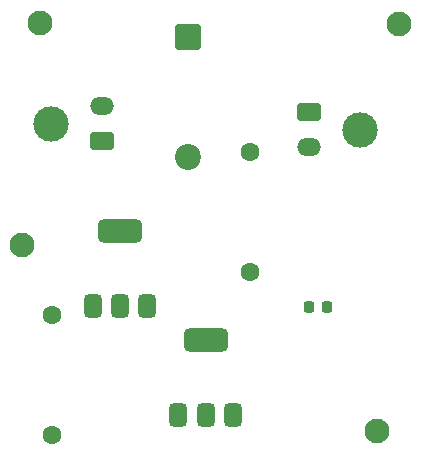
<source format=gbr>
%TF.GenerationSoftware,KiCad,Pcbnew,9.0.4*%
%TF.CreationDate,2025-10-16T23:04:56-05:00*%
%TF.ProjectId,new project,6e657720-7072-46f6-9a65-63742e6b6963,rev?*%
%TF.SameCoordinates,Original*%
%TF.FileFunction,Soldermask,Top*%
%TF.FilePolarity,Negative*%
%FSLAX46Y46*%
G04 Gerber Fmt 4.6, Leading zero omitted, Abs format (unit mm)*
G04 Created by KiCad (PCBNEW 9.0.4) date 2025-10-16 23:04:56*
%MOMM*%
%LPD*%
G01*
G04 APERTURE LIST*
G04 Aperture macros list*
%AMRoundRect*
0 Rectangle with rounded corners*
0 $1 Rounding radius*
0 $2 $3 $4 $5 $6 $7 $8 $9 X,Y pos of 4 corners*
0 Add a 4 corners polygon primitive as box body*
4,1,4,$2,$3,$4,$5,$6,$7,$8,$9,$2,$3,0*
0 Add four circle primitives for the rounded corners*
1,1,$1+$1,$2,$3*
1,1,$1+$1,$4,$5*
1,1,$1+$1,$6,$7*
1,1,$1+$1,$8,$9*
0 Add four rect primitives between the rounded corners*
20,1,$1+$1,$2,$3,$4,$5,0*
20,1,$1+$1,$4,$5,$6,$7,0*
20,1,$1+$1,$6,$7,$8,$9,0*
20,1,$1+$1,$8,$9,$2,$3,0*%
G04 Aperture macros list end*
%ADD10C,1.600000*%
%ADD11C,2.100000*%
%ADD12RoundRect,0.249999X-0.850001X0.850001X-0.850001X-0.850001X0.850001X-0.850001X0.850001X0.850001X0*%
%ADD13C,2.200000*%
%ADD14C,3.000000*%
%ADD15RoundRect,0.250001X-0.759999X0.499999X-0.759999X-0.499999X0.759999X-0.499999X0.759999X0.499999X0*%
%ADD16O,2.020000X1.500000*%
%ADD17RoundRect,0.375000X0.375000X-0.625000X0.375000X0.625000X-0.375000X0.625000X-0.375000X-0.625000X0*%
%ADD18RoundRect,0.500000X1.400000X-0.500000X1.400000X0.500000X-1.400000X0.500000X-1.400000X-0.500000X0*%
%ADD19RoundRect,0.225000X-0.225000X-0.250000X0.225000X-0.250000X0.225000X0.250000X-0.225000X0.250000X0*%
%ADD20RoundRect,0.250001X0.759999X-0.499999X0.759999X0.499999X-0.759999X0.499999X-0.759999X-0.499999X0*%
G04 APERTURE END LIST*
D10*
%TO.C,R1*%
X130250000Y-73420000D03*
X130250000Y-83580000D03*
%TD*%
D11*
%TO.C,H4*%
X141000000Y-97000000D03*
%TD*%
%TO.C,H3*%
X111000000Y-81250000D03*
%TD*%
D12*
%TO.C,D1*%
X125000000Y-63670000D03*
D13*
X125000000Y-73830000D03*
%TD*%
D14*
%TO.C,J2*%
X139570000Y-71500000D03*
D15*
X135250000Y-70000000D03*
D16*
X135250000Y-73000000D03*
%TD*%
D17*
%TO.C,Q1*%
X116950000Y-86400000D03*
X119250000Y-86400000D03*
D18*
X119250000Y-80100000D03*
D17*
X121550000Y-86400000D03*
%TD*%
%TO.C,Q2*%
X124200000Y-95650000D03*
X126500000Y-95650000D03*
D18*
X126500000Y-89350000D03*
D17*
X128800000Y-95650000D03*
%TD*%
D11*
%TO.C,H2*%
X142920720Y-62595760D03*
%TD*%
D19*
%TO.C,C1*%
X135225000Y-86500000D03*
X136775000Y-86500000D03*
%TD*%
D11*
%TO.C,H1*%
X112481360Y-62458600D03*
%TD*%
D14*
%TO.C,J1*%
X113395000Y-71000000D03*
D20*
X117715000Y-72500000D03*
D16*
X117715000Y-69500000D03*
%TD*%
D10*
%TO.C,R2*%
X113500000Y-87170000D03*
X113500000Y-97330000D03*
%TD*%
M02*

</source>
